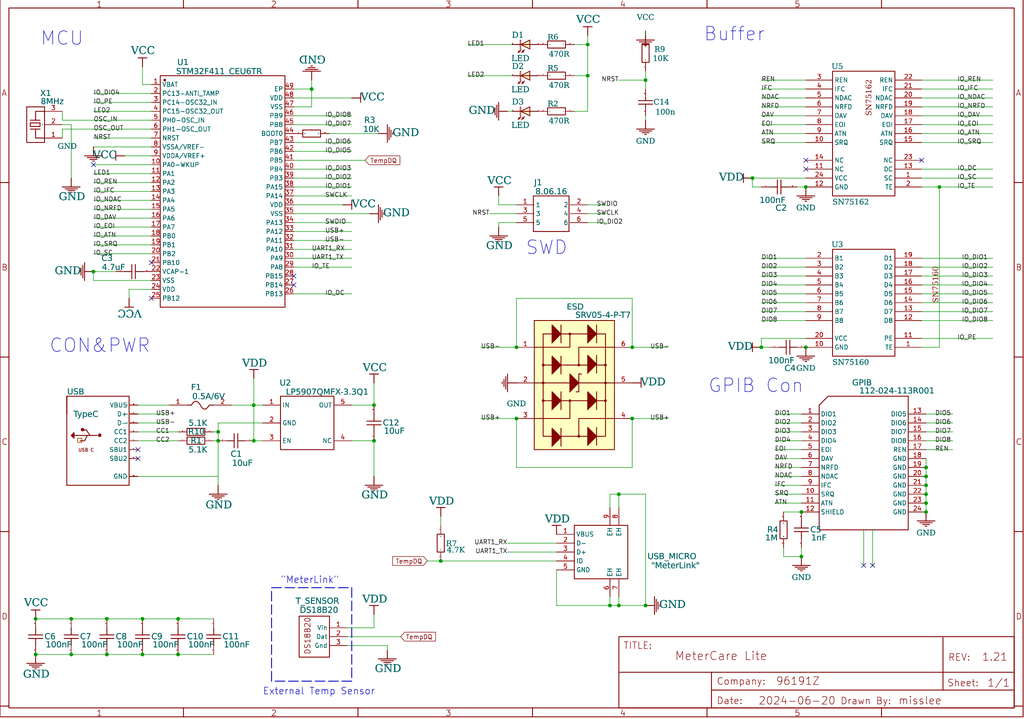
<source format=kicad_sch>
(kicad_sch (version 20231120) (generator "eeschema") (generator_version "8.0")
  (paper "User" 292.1 205.105)
  (lib_symbols
    (symbol "0603X475K160CT"
      (property "Reference" "C3" (at -9.1186 4.6609 0))
      (property "Value" "4.7uF" (at -9.3726 2.1209 0))
      (symbol "0603X475K160CT_0_0"
        (pin unspecified line (at -5.08 0 0) (length 2.54) (name "1") (number "1"))
        (pin unspecified line (at 5.08 0 180) (length 2.54) (name "2") (number "2"))
      )
    )
    (symbol "112-024-113R001"
      (property "Reference" "GPIB" (at -3.2766 25.0317 0))
      (property "Value" "112-024-113R001" (at -3.2766 22.7711 0))
      (symbol "112-024-113R001_0_0"
        (pin bidirectional line (at -17.78 15.24 0) (length 4.9784) (name "DIO1") (number "1"))
        (pin bidirectional line (at -17.78 -7.62 0) (length 4.9784) (name "SRQ") (number "10"))
        (pin bidirectional line (at -17.78 -10.16 0) (length 4.9784) (name "ATN") (number "11"))
        (pin bidirectional line (at -17.78 -12.7 0) (length 4.9784) (name "SHIELD") (number "12"))
        (pin bidirectional line (at 17.78 15.24 180) (length 4.9784) (name "DIO5") (number "13"))
        (pin bidirectional line (at 17.78 12.7 180) (length 4.9784) (name "DIO6") (number "14"))
        (pin bidirectional line (at 17.78 10.16 180) (length 4.9784) (name "DIO7") (number "15"))
        (pin bidirectional line (at 17.78 7.62 180) (length 4.9784) (name "DIO8") (number "16"))
        (pin bidirectional line (at 17.78 5.08 180) (length 4.9784) (name "REN") (number "17"))
        (pin bidirectional line (at 17.78 2.54 180) (length 4.9784) (name "GND") (number "18"))
        (pin bidirectional line (at 17.78 0 180) (length 4.9784) (name "GND") (number "19"))
        (pin bidirectional line (at -17.78 12.7 0) (length 4.9784) (name "DIO2") (number "2"))
        (pin bidirectional line (at 17.78 -2.54 180) (length 4.9784) (name "GND") (number "20"))
        (pin bidirectional line (at 17.78 -5.08 180) (length 4.9784) (name "GND") (number "21"))
        (pin bidirectional line (at 17.78 -7.62 180) (length 4.9784) (name "GND") (number "22"))
        (pin bidirectional line (at 17.78 -10.16 180) (length 4.9784) (name "GND") (number "23"))
        (pin bidirectional line (at 17.78 -12.7 180) (length 4.9784) (name "GND") (number "24"))
        (pin bidirectional line (at -17.78 10.16 0) (length 4.9784) (name "DIO3") (number "3"))
        (pin bidirectional line (at -17.78 7.62 0) (length 4.9784) (name "DIO4") (number "4"))
        (pin bidirectional line (at -17.78 5.08 0) (length 4.9784) (name "EOI") (number "5"))
        (pin bidirectional line (at -17.78 2.54 0) (length 4.9784) (name "DAV") (number "6"))
        (pin bidirectional line (at -17.78 0 0) (length 4.9784) (name "NRFD") (number "7"))
        (pin bidirectional line (at -17.78 -2.54 0) (length 4.9784) (name "NDAC") (number "8"))
        (pin bidirectional line (at -17.78 -5.08 0) (length 4.9784) (name "IFC") (number "9"))
        (pin bidirectional line (at 2.54 -17.78 0) (length 0) (name "P$25") (number "GUIDE@L"))
        (pin bidirectional line (at 0 -17.78 0) (length 0) (name "P$26") (number "GUIDE@R"))
      )
    )
    (symbol "8.06.16"
      (property "Reference" "J1" (at -4.8006 9.4869 0))
      (property "Value" "8.06.16" (at -4.953 6.9469 0))
      (symbol "8.06.16_0_0"
        (pin bidirectional line (at -9.906 2.286 0) (length 4.9784) (name "1") (number "1"))
        (pin bidirectional line (at 10.414 2.286 180) (length 4.9784) (name "2") (number "2"))
        (pin bidirectional line (at -9.906 -0.254 0) (length 4.9784) (name "3") (number "3"))
        (pin bidirectional line (at 10.414 -0.254 180) (length 4.9784) (name "4") (number "4"))
        (pin bidirectional line (at -9.906 -2.794 0) (length 4.9784) (name "5") (number "5"))
        (pin bidirectional line (at 10.414 -2.794 180) (length 4.9784) (name "6") (number "6"))
      )
    )
    (symbol "CC0402KRX7R7BB104"
      (property "Reference" "C6" (at 2.54 0.8763 0))
      (property "Value" "100nF" (at 2.54 -1.3843 0))
      (symbol "CC0402KRX7R7BB104_0_0"
        (pin unspecified line (at 0 -5.08 90) (length 2.54) (name "1") (number "1"))
        (pin unspecified line (at 0 5.08 270) (length 2.54) (name "2") (number "2"))
      )
    )
    (symbol "CC0402KRX7R7BB104_1"
      (property "Reference" "C7" (at 2.54 0.8763 0))
      (property "Value" "100nF" (at 2.54 -1.3843 0))
      (symbol "CC0402KRX7R7BB104_1_0_0"
        (pin unspecified line (at 0 -5.08 90) (length 2.54) (name "1") (number "1"))
        (pin unspecified line (at 0 5.08 270) (length 2.54) (name "2") (number "2"))
      )
    )
    (symbol "CC0402KRX7R7BB104_2"
      (property "Reference" "C8" (at 2.54 0.8763 0))
      (property "Value" "100nF" (at 2.54 -1.3843 0))
      (symbol "CC0402KRX7R7BB104_2_0_0"
        (pin unspecified line (at 0 -5.08 90) (length 2.54) (name "1") (number "1"))
        (pin unspecified line (at 0 5.08 270) (length 2.54) (name "2") (number "2"))
      )
    )
    (symbol "CC0402KRX7R7BB104_3"
      (property "Reference" "C9" (at 2.54 0.8763 0))
      (property "Value" "100nF" (at 2.54 -1.3843 0))
      (symbol "CC0402KRX7R7BB104_3_0_0"
        (pin unspecified line (at 0 -5.08 90) (length 2.54) (name "1") (number "1"))
        (pin unspecified line (at 0 5.08 270) (length 2.54) (name "2") (number "2"))
      )
    )
    (symbol "CC0402KRX7R7BB104_4"
      (property "Reference" "C10" (at 2.54 0.8763 0))
      (property "Value" "100nF" (at 2.54 -1.3843 0))
      (symbol "CC0402KRX7R7BB104_4_0_0"
        (pin unspecified line (at 0 -5.08 90) (length 2.54) (name "1") (number "1"))
        (pin unspecified line (at 0 5.08 270) (length 2.54) (name "2") (number "2"))
      )
    )
    (symbol "CC0402KRX7R7BB104_5"
      (property "Reference" "C11" (at 2.54 0.8763 0))
      (property "Value" "100nF" (at 2.54 -1.3843 0))
      (symbol "CC0402KRX7R7BB104_5_0_0"
        (pin unspecified line (at 0 -5.08 90) (length 2.54) (name "1") (number "1"))
        (pin unspecified line (at 0 5.08 270) (length 2.54) (name "2") (number "2"))
      )
    )
    (symbol "CC0402KRX7R7BB104_6"
      (property "Reference" "C4" (at 2.159 -5.1435 0))
      (property "Value" "100nF" (at 2.159 -2.8829 0))
      (symbol "CC0402KRX7R7BB104_6_0_0"
        (pin unspecified line (at -5.08 0 0) (length 2.54) (name "1") (number "1"))
        (pin unspecified line (at 5.08 0 180) (length 2.54) (name "2") (number "2"))
      )
    )
    (symbol "CC0402KRX7R7BB104_7"
      (property "Reference" "C2" (at 2.159 -5.1435 0))
      (property "Value" "100nF" (at 2.159 -2.8829 0))
      (symbol "CC0402KRX7R7BB104_7_0_0"
        (pin unspecified line (at -5.08 0 0) (length 2.54) (name "1") (number "1"))
        (pin unspecified line (at 5.08 0 180) (length 2.54) (name "2") (number "2"))
      )
    )
    (symbol "CC0603KRX7RABB102"
      (property "Reference" "C5" (at 2.54 0.8763 0))
      (property "Value" "1nF" (at 2.54 -1.3843 0))
      (symbol "CC0603KRX7RABB102_0_0"
        (pin unspecified line (at 0 -5.08 90) (length 2.54) (name "1") (number "1"))
        (pin unspecified line (at 0 5.08 270) (length 2.54) (name "2") (number "2"))
      )
    )
    (symbol "CSTCE8M00G52-R0"
      (property "Reference" "X1" (at -1.2192 9.7917 0))
      (property "Value" "8MHz" (at -1.27 7.5311 0))
      (symbol "CSTCE8M00G52-R0_0_0"
        (pin unspecified line (at 5.08 -3.81 180) (length 5.08) (name "1") (number "1"))
        (pin unspecified line (at 5.08 0 180) (length 5.08) (name "2") (number "2"))
        (pin unspecified line (at 5.08 3.81 180) (length 5.08) (name "3") (number "3"))
      )
    )
    (symbol "DS18B20"
      (property "Reference" "T_SENSOR" (at -7.8486 11.0109 0))
      (property "Value" "DS18B20" (at -7.0866 8.4709 0))
      (symbol "DS18B20_0_0"
        (text "DS18B20" (at -5.3872 -5.1308 900) (effects (font (size 1.5684 1.5684)) (justify left top)))
        (pin unspecified line (at 6.858 2.54 180) (length 5.08) (name "Vin") (number "1"))
        (pin unspecified line (at 6.858 0 180) (length 5.08) (name "Dat") (number "2"))
        (pin unspecified line (at 6.858 -2.54 180) (length 5.08) (name "Gnd") (number "3"))
      )
    )
    (symbol "GND" (power) (pin_numbers hide) (pin_names hide)
      (property "Value" "GND" (at 0 6.35 0))
      (symbol "GND_0_0"
        (pin power_in line (at 0 0 270) (length 0) (name "GND") (number "1"))
      )
    )
    (symbol "LMK107BJ106MALTD"
      (property "Reference" "C1" (at -1.4986 -2.9337 0))
      (property "Value" "10uF" (at -1.4224 -5.4737 0))
      (symbol "LMK107BJ106MALTD_0_0"
        (pin unspecified line (at -5.08 0 0) (length 2.54) (name "1") (number "1"))
        (pin unspecified line (at 5.08 0 180) (length 2.54) (name "2") (number "2"))
      )
    )
    (symbol "LMK107BJ106MALTD_1"
      (property "Reference" "C12" (at 2.54 0.8763 0))
      (property "Value" "10uF" (at 2.54 -1.3843 0))
      (symbol "LMK107BJ106MALTD_1_0_0"
        (pin unspecified line (at 0 -5.08 90) (length 2.54) (name "1") (number "1"))
        (pin unspecified line (at 0 5.08 270) (length 2.54) (name "2") (number "2"))
      )
    )
    (symbol "LP5907QMFX-3.3Q1"
      (property "Reference" "U2" (at -7.8486 12.2809 0))
      (property "Value" "LP5907QMFX-3.3Q1" (at -7.3152 9.7409 0))
      (symbol "LP5907QMFX-3.3Q1_0_0"
        (pin unspecified line (at -12.7 5.08 0) (length 5.08) (name "IN") (number "1"))
        (pin unspecified line (at -12.7 0 0) (length 5.08) (name "GND") (number "2"))
        (pin unspecified line (at -12.7 -5.08 0) (length 5.08) (name "EN") (number "3"))
        (pin unspecified line (at 12.7 -5.08 180) (length 5.08) (name "NC") (number "4"))
        (pin unspecified line (at 12.7 5.08 180) (length 5.08) (name "OUT") (number "5"))
      )
    )
    (symbol "RC0402FR-0710KL"
      (property "Reference" "R3" (at 14.986 4.6609 0))
      (property "Value" "10K" (at 14.3764 2.1209 0))
      (symbol "RC0402FR-0710KL_0_0"
        (pin input line (at -5.08 0 0) (length 2.54) (name "1") (number "1"))
        (pin input line (at 5.08 0 180) (length 2.54) (name "2") (number "2"))
      )
    )
    (symbol "RC0603JR-071ML"
      (property "Reference" "R4" (at -1.524 0.8763 0))
      (property "Value" "1M" (at -1.524 -1.3843 0))
      (symbol "RC0603JR-071ML_0_0"
        (pin input line (at 0 5.08 270) (length 2.54) (name "1") (number "1"))
        (pin input line (at 0 -5.08 90) (length 2.54) (name "2") (number "2"))
      )
    )
    (symbol "RS-03K5101FT"
      (property "Reference" "R1" (at -1.4986 0.8763 0))
      (property "Value" "5.1K" (at -2.4384 -1.6637 0))
      (symbol "RS-03K5101FT_0_0"
        (pin unspecified line (at -5.08 0 0) (length 2.54) (name "1") (number "1"))
        (pin unspecified line (at 5.08 0 180) (length 2.54) (name "2") (number "2"))
      )
    )
    (symbol "RS-03K5101FT_1"
      (property "Reference" "R10" (at -2.159 0.8763 0))
      (property "Value" "5.1K" (at -2.4384 3.3909 0))
      (symbol "RS-03K5101FT_1_0_0"
        (pin unspecified line (at -5.08 0 0) (length 2.54) (name "1") (number "1"))
        (pin unspecified line (at 5.08 0 180) (length 2.54) (name "2") (number "2"))
      )
    )
    (symbol "SRV05-4-P-T7"
      (property "Reference" "ESD" (at -2.159 23.8125 0))
      (property "Value" "SRV05-4-P-T7" (at -2.159 21.5011 0))
      (symbol "SRV05-4-P-T7_0_0"
        (pin input line (at -16.51 11.43 0) (length 5.08) (name "1") (number "1"))
        (pin input line (at -16.51 1.27 0) (length 5.08) (name "2") (number "2"))
        (pin input line (at -16.51 -8.89 0) (length 5.08) (name "3") (number "3"))
        (pin input line (at 16.51 -8.89 180) (length 5.08) (name "4") (number "4"))
        (pin input line (at 16.51 1.27 180) (length 5.08) (name "5") (number "5"))
        (pin input line (at 16.51 11.43 180) (length 5.08) (name "6") (number "6"))
      )
    )
    (symbol "STM32F411CCU6TR"
      (property "Reference" "U1" (at -12.9286 37.6809 0))
      (property "Value" "STM32F411_CEU6TR" (at -13.716 35.1409 0))
      (symbol "STM32F411CCU6TR_0_0"
        (pin unspecified line (at -20.32 30.48 0) (length 2.54) (name "VBAT") (number "1"))
        (pin unspecified line (at -20.32 7.62 0) (length 2.54) (name "PA0-WKUP") (number "10"))
        (pin unspecified line (at -20.32 5.08 0) (length 2.54) (name "PA1") (number "11"))
        (pin unspecified line (at -20.32 2.54 0) (length 2.54) (name "PA2") (number "12"))
        (pin unspecified line (at -20.32 0 0) (length 2.54) (name "PA3") (number "13"))
        (pin unspecified line (at -20.32 -2.54 0) (length 2.54) (name "PA4") (number "14"))
        (pin unspecified line (at -20.32 -5.08 0) (length 2.54) (name "PA5") (number "15"))
        (pin unspecified line (at -20.32 -7.62 0) (length 2.54) (name "PA6") (number "16"))
        (pin unspecified line (at -20.32 -10.16 0) (length 2.54) (name "PA7") (number "17"))
        (pin unspecified line (at -20.32 -12.7 0) (length 2.54) (name "PB0") (number "18"))
        (pin unspecified line (at -20.32 -15.24 0) (length 2.54) (name "PB1") (number "19"))
        (pin unspecified line (at -20.32 27.94 0) (length 2.54) (name "PC13-ANTI_TAMP") (number "2"))
        (pin unspecified line (at -20.32 -17.78 0) (length 2.54) (name "PB2") (number "20"))
        (pin unspecified line (at -20.32 -20.32 0) (length 2.54) (name "PB10") (number "21"))
        (pin unspecified line (at -20.32 -22.86 0) (length 2.54) (name "VCAP-1") (number "22"))
        (pin unspecified line (at -20.32 -25.4 0) (length 2.54) (name "VSS") (number "23"))
        (pin unspecified line (at -20.32 -27.94 0) (length 2.54) (name "VDD") (number "24"))
        (pin unspecified line (at -20.32 -30.48 0) (length 2.54) (name "PB12") (number "25"))
        (pin unspecified line (at 20.32 -29.21 180) (length 2.54) (name "PB13") (number "26"))
        (pin unspecified line (at 20.32 -26.67 180) (length 2.54) (name "PB14") (number "27"))
        (pin unspecified line (at 20.32 -24.13 180) (length 2.54) (name "PB15") (number "28"))
        (pin unspecified line (at 20.32 -21.59 180) (length 2.54) (name "PA8") (number "29"))
        (pin unspecified line (at -20.32 25.4 0) (length 2.54) (name "PC14-OSC32_IN") (number "3"))
        (pin unspecified line (at 20.32 -19.05 180) (length 2.54) (name "PA9") (number "30"))
        (pin unspecified line (at 20.32 -16.51 180) (length 2.54) (name "PA10") (number "31"))
        (pin unspecified line (at 20.32 -13.97 180) (length 2.54) (name "PA11") (number "32"))
        (pin unspecified line (at 20.32 -11.43 180) (length 2.54) (name "PA12") (number "33"))
        (pin unspecified line (at 20.32 -8.89 180) (length 2.54) (name "PA13") (number "34"))
        (pin unspecified line (at 20.32 -6.35 180) (length 2.54) (name "VSS") (number "35"))
        (pin unspecified line (at 20.32 -3.81 180) (length 2.54) (name "VDD") (number "36"))
        (pin unspecified line (at 20.32 -1.27 180) (length 2.54) (name "PA14") (number "37"))
        (pin unspecified line (at 20.32 1.27 180) (length 2.54) (name "PA15") (number "38"))
        (pin unspecified line (at 20.32 3.81 180) (length 2.54) (name "PB3") (number "39"))
        (pin unspecified line (at -20.32 22.86 0) (length 2.54) (name "PC15-OSC32_OUT") (number "4"))
        (pin unspecified line (at 20.32 6.35 180) (length 2.54) (name "PB4") (number "40"))
        (pin unspecified line (at 20.32 8.89 180) (length 2.54) (name "PB5") (number "41"))
        (pin unspecified line (at 20.32 11.43 180) (length 2.54) (name "PB6") (number "42"))
        (pin unspecified line (at 20.32 13.97 180) (length 2.54) (name "PB7") (number "43"))
        (pin unspecified line (at 20.32 16.51 180) (length 2.54) (name "BOOT0") (number "44"))
        (pin unspecified line (at 20.32 19.05 180) (length 2.54) (name "PB8") (number "45"))
        (pin unspecified line (at 20.32 21.59 180) (length 2.54) (name "PB9") (number "46"))
        (pin unspecified line (at 20.32 24.13 180) (length 2.54) (name "VSS") (number "47"))
        (pin unspecified line (at 20.32 26.67 180) (length 2.54) (name "VDD") (number "48"))
        (pin unspecified line (at 20.32 29.21 180) (length 2.54) (name "EP") (number "49"))
        (pin unspecified line (at -20.32 20.32 0) (length 2.54) (name "PH0-OSC_IN") (number "5"))
        (pin unspecified line (at -20.32 17.78 0) (length 2.54) (name "PH1-OSC_OUT") (number "6"))
        (pin unspecified line (at -20.32 15.24 0) (length 2.54) (name "NRST") (number "7"))
        (pin unspecified line (at -20.32 12.7 0) (length 2.54) (name "VSSA/VREF-") (number "8"))
        (pin unspecified line (at -20.32 10.16 0) (length 2.54) (name "VDDA/VREF+") (number "9"))
      )
    )
    (symbol "U-D-M7DS-G-2"
      (property "Reference" "USB_MICRO" (at 10.7188 -0.3937 0))
      (property "Value" "\"MeterLink\"" (at 11.303 -2.9337 0))
      (symbol "U-D-M7DS-G-2_0_0"
        (pin unspecified line (at -15.24 5.08 0) (length 5.08) (name "VBUS") (number "1"))
        (pin unspecified line (at -15.24 2.54 0) (length 5.08) (name "D-") (number "2"))
        (pin unspecified line (at -15.24 0 0) (length 5.08) (name "D+") (number "3"))
        (pin unspecified line (at -15.24 -2.54 0) (length 5.08) (name "ID") (number "4"))
        (pin unspecified line (at -15.24 -5.08 0) (length 5.08) (name "GND") (number "5"))
        (pin unspecified line (at 0 -12.7 90) (length 5.08) (name "EH") (number "6"))
        (pin unspecified line (at 2.54 -12.7 90) (length 5.08) (name "EH") (number "7"))
        (pin unspecified line (at 2.54 12.7 270) (length 5.08) (name "EH") (number "8"))
        (pin unspecified line (at 0 12.7 270) (length 5.08) (name "EH") (number "9"))
      )
    )
    (symbol "USB_C"
      (property "Reference" "USB" (at -10.033 14.8209 0))
      (property "Value" "TypeC" (at -8.4836 8.4709 0))
      (symbol "USB_C_0_0"
        (text "USB C" (at -6.9342 -2.0748 0) (effects (font (size 0.9169 0.9169)) (justify left top)))
        (pin bidirectional line (at 10.16 -10.16 180) (length 2.4892) (name "GND") (number "A1B12"))
        (pin bidirectional line (at 10.16 10.16 180) (length 2.4892) (name "VBUS") (number "A4B9"))
        (pin bidirectional line (at 10.16 2.54 180) (length 2.4892) (name "CC1") (number "A5"))
        (pin bidirectional line (at 10.16 7.62 180) (length 2.4892) (name "D+") (number "A6"))
        (pin bidirectional line (at 10.16 5.08 180) (length 2.4892) (name "D-") (number "A7"))
        (pin bidirectional line (at 10.16 -2.54 180) (length 2.4892) (name "SBU1") (number "A8"))
        (pin bidirectional line (at 10.16 -10.16 180) (length 2.4892) (name "GND") (number "B1A12"))
        (pin bidirectional line (at 10.16 10.16 180) (length 2.4892) (name "VBUS") (number "B4A9"))
        (pin bidirectional line (at 10.16 0 180) (length 2.4892) (name "CC2") (number "B5"))
        (pin bidirectional line (at 10.16 7.62 180) (length 2.4892) (name "D+") (number "B6"))
        (pin bidirectional line (at 10.16 5.08 180) (length 2.4892) (name "D-") (number "B7"))
        (pin bidirectional line (at 10.16 -5.08 180) (length 2.4892) (name "SBU2") (number "B8"))
      )
    )
    (symbol "Unknown_0_-806"
      (symbol "Unknown_0_-806_0_0"
        (text "1" (at 27.432 -202.6539 0) (effects (font (size 1.6891 1.6891)) (justify left top)))
        (text "1" (at 27.432 -0.4699 0) (effects (font (size 1.6891 1.6891)) (justify left top)))
        (text "1.21" (at 280.0604 -186.3471 0) (effects (font (size 2.1717 2.1717)) (justify left top)))
        (text "1/1" (at 281.5844 -193.7639 0) (effects (font (size 2.1717 2.1717)) (justify left top)))
        (text "2" (at 77.216 -202.6539 0) (effects (font (size 1.6891 1.6891)) (justify left top)))
        (text "2" (at 77.216 -0.4699 0) (effects (font (size 1.6891 1.6891)) (justify left top)))
        (text "2024-06-20" (at 216.3064 -198.8439 0) (effects (font (size 2.1717 2.1717)) (justify left top)))
        (text "3" (at 127 -202.6539 0) (effects (font (size 1.6891 1.6891)) (justify left top)))
        (text "3" (at 127 -0.4699 0) (effects (font (size 1.6891 1.6891)) (justify left top)))
        (text "4" (at 176.784 -202.6539 0) (effects (font (size 1.6891 1.6891)) (justify left top)))
        (text "4" (at 176.784 -0.4699 0) (effects (font (size 1.6891 1.6891)) (justify left top)))
        (text "5" (at 226.568 -202.6539 0) (effects (font (size 1.6891 1.6891)) (justify left top)))
        (text "5" (at 226.568 -0.4699 0) (effects (font (size 1.6891 1.6891)) (justify left top)))
        (text "96191Z" (at 221.2848 -193.2305 0) (effects (font (size 2.1717 2.1717)) (justify left top)))
        (text "A" (at 0.381 -25.7429 0) (effects (font (size 1.6891 1.6891)) (justify left top)))
        (text "A" (at 289.687 -25.7429 0) (effects (font (size 1.6891 1.6891)) (justify left top)))
        (text "B" (at 0.381 -75.5269 0) (effects (font (size 1.6891 1.6891)) (justify left top)))
        (text "B" (at 289.687 -75.5269 0) (effects (font (size 1.6891 1.6891)) (justify left top)))
        (text "C" (at 0.381 -125.3109 0) (effects (font (size 1.6891 1.6891)) (justify left top)))
        (text "C" (at 289.687 -125.3109 0) (effects (font (size 1.6891 1.6891)) (justify left top)))
        (text "Company:" (at 204.3684 -193.4464 0) (effects (font (size 1.9304 1.9304)) (justify left top)))
        (text "D" (at 0.381 -175.0949 0) (effects (font (size 1.6891 1.6891)) (justify left top)))
        (text "D" (at 289.687 -175.0949 0) (effects (font (size 1.6891 1.6891)) (justify left top)))
        (text "Date:" (at 204.3684 -198.9836 0) (effects (font (size 1.9304 1.9304)) (justify left top)))
        (text "Drawn By:" (at 239.6744 -199.0344 0) (effects (font (size 1.9304 1.9304)) (justify left top)))
        (text "MeterCare Lite" (at 192.4304 -185.928 0) (effects (font (size 2.413 2.413)) (justify left top)))
        (text "misslee" (at 256.1844 -198.7931 0) (effects (font (size 2.1717 2.1717)) (justify left top)))
        (text "REV:" (at 270.4084 -186.5884 0) (effects (font (size 1.9304 1.9304)) (justify left top)))
        (text "Sheet:" (at 270.1544 -193.9036 0) (effects (font (size 1.9304 1.9304)) (justify left top)))
        (text "TITLE:" (at 177.8 -183.2356 0) (effects (font (size 1.9304 1.9304)) (justify left top)))
      )
    )
    (symbol "Unknown_230_-350"
      (property "Reference" "F1" (at -3.9116 5.9309 0))
      (property "Value" "0.5A/6V" (at -4.2164 3.3909 0))
      (symbol "Unknown_230_-350_0_0"
        (pin unspecified line (at -10.16 0 0) (length 5.08) (name "1") (number "1"))
        (pin unspecified line (at 7.62 0 180) (length 5.08) (name "2") (number "2"))
      )
    )
    (symbol "Unknown_505_-205"
      (property "Reference" "R7" (at -1.016 -1.8772 0))
      (property "Value" "4.7K" (at -1.016 -3.6552 0))
      (symbol "Unknown_505_-205_0_0"
        (pin unspecified line (at -2.54 2.54 270) (length 2.54) (name "1") (number "1"))
        (pin unspecified line (at -2.54 -7.62 90) (length 2.54) (name "2") (number "2"))
      )
    )
    (symbol "Unknown_590_-680"
      (property "Reference" "D3" (at -3.81 3.5218 0))
      (property "Value" "LED" (at -3.81 -3.0822 0))
      (symbol "Unknown_590_-680_0_0"
        (pin unspecified line (at 3.81 0 180) (length 0.254) (name "1") (number "1"))
        (pin unspecified line (at -3.81 0 0) (length 0.254) (name "2") (number "2"))
      )
    )
    (symbol "Unknown_590_-720"
      (property "Reference" "D2" (at -3.81 3.5218 0))
      (property "Value" "LED" (at -3.81 -3.0822 0))
      (symbol "Unknown_590_-720_0_0"
        (pin unspecified line (at 3.81 0 180) (length 0.254) (name "1") (number "1"))
        (pin unspecified line (at -3.81 0 0) (length 0.254) (name "2") (number "2"))
      )
    )
    (symbol "Unknown_590_-755"
      (property "Reference" "D1" (at -3.81 3.5218 0))
      (property "Value" "LED" (at -3.81 -3.0822 0))
      (symbol "Unknown_590_-755_0_0"
        (pin unspecified line (at 3.81 0 180) (length 0.254) (name "1") (number "1"))
        (pin unspecified line (at -3.81 0 0) (length 0.254) (name "2") (number "2"))
      )
    )
    (symbol "Unknown_635_-670"
      (property "Reference" "R2" (at -5.08 5.438 0))
      (property "Value" "470R" (at -4.953 0.6374 0))
      (symbol "Unknown_635_-670_0_0"
        (pin unspecified line (at 2.54 2.54 180) (length 2.54) (name "1") (number "1"))
        (pin unspecified line (at -7.62 2.54 0) (length 2.54) (name "2") (number "2"))
      )
    )
    (symbol "Unknown_635_-710"
      (property "Reference" "R5" (at -5.08 5.438 0))
      (property "Value" "470R" (at -4.953 0.6374 0))
      (symbol "Unknown_635_-710_0_0"
        (pin unspecified line (at 2.54 2.54 180) (length 2.54) (name "1") (number "1"))
        (pin unspecified line (at -7.62 2.54 0) (length 2.54) (name "2") (number "2"))
      )
    )
    (symbol "Unknown_635_-745"
      (property "Reference" "R6" (at -5.08 5.438 0))
      (property "Value" "470R" (at -4.953 0.6374 0))
      (symbol "Unknown_635_-745_0_0"
        (pin unspecified line (at 2.54 2.54 180) (length 2.54) (name "1") (number "1"))
        (pin unspecified line (at -7.62 2.54 0) (length 2.54) (name "2") (number "2"))
      )
    )
    (symbol "Unknown_715_-685"
      (property "Reference" "C14" (at 4.826 2.136 0))
      (property "Value" "100n" (at 5.08 -0.658 0))
      (symbol "Unknown_715_-685_0_0"
        (pin unspecified line (at 2.54 -2.54 90) (length 2.54) (name "1") (number "1"))
        (pin unspecified line (at 2.54 5.08 270) (length 2.54) (name "2") (number "2"))
      )
    )
    (symbol "Unknown_715_-735"
      (property "Reference" "R9" (at 5.0546 4.4728 0))
      (property "Value" "10K" (at 4.4196 1.9328 0))
      (symbol "Unknown_715_-735_0_0"
        (pin unspecified line (at 2.54 -2.54 90) (length 2.54) (name "1") (number "1"))
        (pin unspecified line (at 2.54 7.62 270) (length 2.54) (name "2") (number "2"))
      )
    )
    (symbol "Unknown_975_-475"
      (property "Reference" "U3" (at -10.414 14.836 0))
      (property "Value" "SN75160" (at -10.414 -18.692 0))
      (symbol "Unknown_975_-475_0_0"
        (text "SN75160" (at 18.392 -2.54 2700) (effects (font (size 1.5684 1.5684)) (justify left top)))
        (pin unspecified line (at 15.24 -15.24 180) (length 7.62) (name "TE") (number "1"))
        (pin unspecified line (at -17.78 -15.24 0) (length 7.62) (name "GND") (number "10"))
        (pin unspecified line (at 15.24 -12.7 180) (length 7.62) (name "PE") (number "11"))
        (pin unspecified line (at 15.24 -7.62 180) (length 7.62) (name "D8") (number "12"))
        (pin unspecified line (at 15.24 -5.08 180) (length 7.62) (name "D7") (number "13"))
        (pin unspecified line (at 15.24 -2.54 180) (length 7.62) (name "D6") (number "14"))
        (pin unspecified line (at 15.24 0 180) (length 7.62) (name "D5") (number "15"))
        (pin unspecified line (at 15.24 2.54 180) (length 7.62) (name "D4") (number "16"))
        (pin unspecified line (at 15.24 5.08 180) (length 7.62) (name "D3") (number "17"))
        (pin unspecified line (at 15.24 7.62 180) (length 7.62) (name "D2") (number "18"))
        (pin unspecified line (at 15.24 10.16 180) (length 7.62) (name "D1") (number "19"))
        (pin unspecified line (at -17.78 10.16 0) (length 7.62) (name "B1") (number "2"))
        (pin unspecified line (at -17.78 -12.7 0) (length 7.62) (name "VCC") (number "20"))
        (pin unspecified line (at -17.78 7.62 0) (length 7.62) (name "B2") (number "3"))
        (pin unspecified line (at -17.78 5.08 0) (length 7.62) (name "B3") (number "4"))
        (pin unspecified line (at -17.78 2.54 0) (length 7.62) (name "B4") (number "5"))
        (pin unspecified line (at -17.78 0 0) (length 7.62) (name "B5") (number "6"))
        (pin unspecified line (at -17.78 -2.54 0) (length 7.62) (name "B6") (number "7"))
        (pin unspecified line (at -17.78 -5.08 0) (length 7.62) (name "B7") (number "8"))
        (pin unspecified line (at -17.78 -7.62 0) (length 7.62) (name "B8") (number "9"))
      )
    )
    (symbol "Unknown_975_-655"
      (property "Reference" "U5" (at -10.414 19.916 0))
      (property "Value" "SN75162" (at -10.414 -18.692 0))
      (symbol "Unknown_975_-655_0_0"
        (text "SN75162" (at -0.658 5.08 2700) (effects (font (size 1.5684 1.5684)) (justify left top)))
        (pin unspecified line (at 15.24 -12.7 180) (length 7.62) (name "SC") (number "1"))
        (pin unspecified line (at -17.78 -2.54 0) (length 7.62) (name "SRQ") (number "10"))
        (pin unspecified line (at -17.78 -10.16 0) (length 7.62) (name "NC") (number "11"))
        (pin unspecified line (at -17.78 -15.24 0) (length 7.62) (name "GND") (number "12"))
        (pin unspecified line (at 15.24 -10.16 180) (length 7.62) (name "DC") (number "13"))
        (pin unspecified line (at -17.78 -7.62 0) (length 7.62) (name "NC") (number "14"))
        (pin unspecified line (at 15.24 -2.54 180) (length 7.62) (name "SRQ") (number "15"))
        (pin unspecified line (at 15.24 0 180) (length 7.62) (name "ATN") (number "16"))
        (pin unspecified line (at 15.24 2.54 180) (length 7.62) (name "EOI") (number "17"))
        (pin unspecified line (at 15.24 5.08 180) (length 7.62) (name "DAV") (number "18"))
        (pin unspecified line (at 15.24 7.62 180) (length 7.62) (name "NRFD") (number "19"))
        (pin unspecified line (at 15.24 -15.24 180) (length 7.62) (name "TE") (number "2"))
        (pin unspecified line (at 15.24 10.16 180) (length 7.62) (name "NDAC") (number "20"))
        (pin unspecified line (at 15.24 12.7 180) (length 7.62) (name "IFC") (number "21"))
        (pin unspecified line (at 15.24 15.24 180) (length 7.62) (name "REN") (number "22"))
        (pin unspecified line (at 15.24 -7.62 180) (length 7.62) (name "NC") (number "23"))
        (pin unspecified line (at -17.78 -12.7 0) (length 7.62) (name "VCC") (number "24"))
        (pin unspecified line (at -17.78 15.24 0) (length 7.62) (name "REN") (number "3"))
        (pin unspecified line (at -17.78 12.7 0) (length 7.62) (name "IFC") (number "4"))
        (pin unspecified line (at -17.78 10.16 0) (length 7.62) (name "NDAC") (number "5"))
        (pin unspecified line (at -17.78 7.62 0) (length 7.62) (name "NRFD") (number "6"))
        (pin unspecified line (at -17.78 5.08 0) (length 7.62) (name "DAV") (number "7"))
        (pin unspecified line (at -17.78 2.54 0) (length 7.62) (name "EOI") (number "8"))
        (pin unspecified line (at -17.78 0 0) (length 7.62) (name "ATN") (number "9"))
      )
    )
    (symbol "VCC" (power) (pin_numbers hide) (pin_names hide)
      (property "Value" "VCC" (at 0 3.81 0))
      (symbol "VCC_0_0"
        (pin power_in line (at 0 0 270) (length 0) (name "VCC") (number "1"))
      )
    )
    (symbol "VCC_1" (power) (pin_numbers hide) (pin_names hide)
      (property "Value" "VCC" (at 0 6.35 0))
      (symbol "VCC_1_0_0"
        (pin power_in line (at 0 0 270) (length 0) (name "VCC") (number "1"))
      )
    )
    (symbol "VDD" (power) (pin_numbers hide) (pin_names hide)
      (property "Value" "VDD" (at 0 3.81 0))
      (symbol "VDD_0_0"
        (pin power_in line (at 0 0 270) (length 0) (name "VDD") (number "1"))
      )
    )
  )
  (junction (at 264.16 133.35))
  (junction (at 184.15 22.86))
  (junction (at 20.32 176.53))
  (junction (at 62.23 125.73))
  (junction (at 180.34 99.06))
  (junction (at 176.53 172.72))
  (junction (at 106.68 115.57))
  (junction (at 228.6 158.75))
  (junction (at 72.39 115.57))
  (junction (at 72.39 125.73))
  (junction (at 20.32 186.69))
  (junction (at 26.67 77.47))
  (junction (at 167.64 21.59))
  (junction (at 125.73 160.02))
  (junction (at 184.15 172.72))
  (junction (at 88.9 25.4))
  (junction (at 50.8 176.53))
  (junction (at 147.32 119.38))
  (junction (at 229.87 99.06))
  (junction (at 40.64 186.69))
  (junction (at 267.97 53.34))
  (junction (at 40.64 176.53))
  (junction (at 176.53 140.97))
  (junction (at 10.16 176.53))
  (junction (at 180.34 119.38))
  (junction (at 214.63 50.8))
  (junction (at 217.17 99.06))
  (junction (at 264.16 138.43))
  (junction (at 173.99 172.72))
  (junction (at 10.16 186.69))
  (junction (at 30.48 186.69))
  (junction (at 50.8 186.69))
  (junction (at 106.68 125.73))
  (junction (at 264.16 140.97))
  (junction (at 62.23 123.19))
  (junction (at 229.87 53.34))
  (junction (at 147.32 99.06))
  (junction (at 30.48 176.53))
  (junction (at 264.16 143.51))
  (junction (at 264.16 135.89))
  (junction (at 167.64 12.7))
  (junction (at 228.6 146.05))
  (junction (at 264.16 146.05))
  (no_connect (at 83.82 81.28))
  (no_connect (at 39.37 128.27))
  (no_connect (at 229.87 45.72))
  (no_connect (at 43.18 85.09))
  (no_connect (at 83.82 78.74))
  (no_connect (at 262.89 45.72))
  (no_connect (at 26.67 46.99))
  (no_connect (at 246.38 161.29))
  (no_connect (at 43.18 74.93))
  (no_connect (at 39.37 130.81))
  (no_connect (at 229.87 48.26))
  (no_connect (at 248.92 161.29))
  (wire (pts (xy 110.49 185.42) (xy 110.49 184.15)))
  (wire (pts (xy 246.38 151.13) (xy 246.38 161.29)))
  (wire (pts (xy 83.82 33.02) (xy 100.33 33.02)))
  (wire (pts (xy 83.82 73.66) (xy 100.33 73.66)))
  (wire (pts (xy 50.8 186.69) (xy 40.64 186.69)))
  (wire (pts (xy 39.37 123.19) (xy 50.8 123.19)))
  (wire (pts (xy 262.89 96.52) (xy 283.21 96.52)))
  (wire (pts (xy 20.32 176.53) (xy 10.16 176.53)))
  (wire (pts (xy 228.6 128.27) (xy 220.98 128.27)))
  (wire (pts (xy 50.8 176.53) (xy 40.64 176.53)))
  (wire (pts (xy 106.68 109.22) (xy 106.68 115.57)))
  (wire (pts (xy 88.9 25.4) (xy 83.82 25.4)))
  (wire (pts (xy 219.71 99.06) (xy 217.17 99.06)))
  (wire (pts (xy 264.16 130.81) (xy 264.16 133.35)))
  (wire (pts (xy 158.75 162.56) (xy 158.75 172.72)))
  (wire (pts (xy 264.16 118.11) (xy 271.78 118.11)))
  (wire (pts (xy 88.9 30.48) (xy 88.9 25.4)))
  (wire (pts (xy 99.06 179.07) (xy 106.68 179.07)))
  (wire (pts (xy 20.32 186.69) (xy 10.16 186.69)))
  (wire (pts (xy 229.87 76.2) (xy 217.17 76.2)))
  (wire (pts (xy 262.89 25.4) (xy 283.21 25.4)))
  (wire (pts (xy 30.48 176.53) (xy 20.32 176.53)))
  (wire (pts (xy 180.34 85.09) (xy 147.32 85.09)))
  (wire (pts (xy 217.17 30.48) (xy 229.87 30.48)))
  (wire (pts (xy 264.16 133.35) (xy 264.16 135.89)))
  (wire (pts (xy 262.89 30.48) (xy 283.21 30.48)))
  (wire (pts (xy 248.92 151.13) (xy 248.92 161.29)))
  (wire (pts (xy 147.32 85.09) (xy 147.32 99.06)))
  (wire (pts (xy 17.78 34.29) (xy 43.18 34.29)))
  (wire (pts (xy 228.6 143.51) (xy 220.98 143.51)))
  (wire (pts (xy 110.49 184.15) (xy 99.06 184.15)))
  (wire (pts (xy 173.99 140.97) (xy 176.53 140.97)))
  (wire (pts (xy 36.83 82.55) (xy 43.18 82.55)))
  (wire (pts (xy 26.67 64.77) (xy 43.18 64.77)))
  (wire (pts (xy 26.67 39.37) (xy 43.18 39.37)))
  (wire (pts (xy 229.87 40.64) (xy 217.17 40.64)))
  (wire (pts (xy 97.79 58.42) (xy 83.82 58.42)))
  (wire (pts (xy 262.89 40.64) (xy 283.21 40.64)))
  (wire (pts (xy 144.78 31.75) (xy 146.05 31.75)))
  (wire (pts (xy 262.89 35.56) (xy 283.21 35.56)))
  (wire (pts (xy 180.34 119.38) (xy 180.34 133.35)))
  (wire (pts (xy 262.89 86.36) (xy 283.21 86.36)))
  (wire (pts (xy 228.6 138.43) (xy 220.98 138.43)))
  (wire (pts (xy 176.53 144.78) (xy 176.53 140.97)))
  (wire (pts (xy 72.39 115.57) (xy 74.93 115.57)))
  (wire (pts (xy 262.89 22.86) (xy 283.21 22.86)))
  (wire (pts (xy 229.87 91.44) (xy 217.17 91.44)))
  (wire (pts (xy 83.82 48.26) (xy 100.33 48.26)))
  (wire (pts (xy 106.68 179.07) (xy 106.68 175.26)))
  (wire (pts (xy 83.82 45.72) (xy 104.14 45.72)))
  (wire (pts (xy 229.87 38.1) (xy 217.17 38.1)))
  (wire (pts (xy 114.3 181.61) (xy 99.06 181.61)))
  (wire (pts (xy 223.52 156.21) (xy 223.52 158.75)))
  (wire (pts (xy 227.33 53.34) (xy 229.87 53.34)))
  (wire (pts (xy 83.82 71.12) (xy 100.33 71.12)))
  (wire (pts (xy 142.24 63.5) (xy 147.32 63.5)))
  (wire (pts (xy 262.89 99.06) (xy 267.97 99.06)))
  (wire (pts (xy 146.05 12.7) (xy 133.35 12.7)))
  (wire (pts (xy 228.6 133.35) (xy 220.98 133.35)))
  (wire (pts (xy 228.6 135.89) (xy 220.98 135.89)))
  (wire (pts (xy 262.89 27.94) (xy 283.21 27.94)))
  (wire (pts (xy 26.67 52.07) (xy 43.18 52.07)))
  (wire (pts (xy 283.21 53.34) (xy 267.97 53.34)))
  (wire (pts (xy 267.97 53.34) (xy 262.89 53.34)))
  (wire (pts (xy 180.34 133.35) (xy 147.32 133.35)))
  (wire (pts (xy 83.82 53.34) (xy 100.33 53.34)))
  (wire (pts (xy 144.78 154.94) (xy 158.75 154.94)))
  (wire (pts (xy 107.95 38.1) (xy 93.98 38.1)))
  (wire (pts (xy 163.83 21.59) (xy 167.64 21.59)))
  (wire (pts (xy 83.82 40.64) (xy 100.33 40.64)))
  (wire (pts (xy 184.15 22.86) (xy 184.15 20.32)))
  (wire (pts (xy 17.78 36.83) (xy 43.18 36.83)))
  (wire (pts (xy 83.82 63.5) (xy 100.33 63.5)))
  (wire (pts (xy 229.87 33.02) (xy 217.17 33.02)))
  (wire (pts (xy 229.87 78.74) (xy 217.17 78.74)))
  (wire (pts (xy 26.67 57.15) (xy 43.18 57.15)))
  (wire (pts (xy 167.64 21.59) (xy 167.64 12.7)))
  (wire (pts (xy 229.87 83.82) (xy 217.17 83.82)))
  (wire (pts (xy 26.67 26.67) (xy 43.18 26.67)))
  (wire (pts (xy 229.87 81.28) (xy 217.17 81.28)))
  (wire (pts (xy 83.82 50.8) (xy 100.33 50.8)))
  (wire (pts (xy 106.68 125.73) (xy 106.68 135.89)))
  (wire (pts (xy 43.18 80.01) (xy 26.67 80.01)))
  (wire (pts (xy 39.37 115.57) (xy 48.26 115.57)))
  (wire (pts (xy 88.9 22.86) (xy 88.9 25.4)))
  (wire (pts (xy 217.17 99.06) (xy 217.17 96.52)))
  (wire (pts (xy 40.64 176.53) (xy 30.48 176.53)))
  (wire (pts (xy 17.78 39.37) (xy 17.78 36.83)))
  (wire (pts (xy 26.67 80.01) (xy 26.67 77.47)))
  (wire (pts (xy 66.04 115.57) (xy 72.39 115.57)))
  (wire (pts (xy 229.87 35.56) (xy 217.17 35.56)))
  (wire (pts (xy 262.89 91.44) (xy 283.21 91.44)))
  (wire (pts (xy 264.16 143.51) (xy 264.16 146.05)))
  (wire (pts (xy 144.78 157.48) (xy 158.75 157.48)))
  (wire (pts (xy 184.15 10.16) (xy 184.15 8.89)))
  (wire (pts (xy 83.82 76.2) (xy 100.33 76.2)))
  (wire (pts (xy 167.64 31.75) (xy 167.64 21.59)))
  (wire (pts (xy 262.89 48.26) (xy 283.21 48.26)))
  (wire (pts (xy 176.53 22.86) (xy 184.15 22.86)))
  (wire (pts (xy 264.16 140.97) (xy 264.16 143.51)))
  (wire (pts (xy 262.89 33.02) (xy 283.21 33.02)))
  (wire (pts (xy 100.33 27.94) (xy 83.82 27.94)))
  (wire (pts (xy 229.87 88.9) (xy 217.17 88.9)))
  (wire (pts (xy 43.18 41.91) (xy 26.67 41.91)))
  (wire (pts (xy 83.82 35.56) (xy 100.33 35.56)))
  (wire (pts (xy 30.48 186.69) (xy 20.32 186.69)))
  (wire (pts (xy 20.32 35.56) (xy 20.32 50.8)))
  (wire (pts (xy 228.6 146.05) (xy 223.52 146.05)))
  (wire (pts (xy 125.73 147.32) (xy 125.73 149.86)))
  (wire (pts (xy 26.67 72.39) (xy 43.18 72.39)))
  (wire (pts (xy 26.67 62.23) (xy 43.18 62.23)))
  (wire (pts (xy 83.82 43.18) (xy 100.33 43.18)))
  (wire (pts (xy 173.99 170.18) (xy 173.99 172.72)))
  (wire (pts (xy 60.96 186.69) (xy 50.8 186.69)))
  (wire (pts (xy 262.89 78.74) (xy 283.21 78.74)))
  (wire (pts (xy 158.75 160.02) (xy 125.73 160.02)))
  (wire (pts (xy 176.53 172.72) (xy 176.53 170.18)))
  (wire (pts (xy 264.16 135.89) (xy 264.16 138.43)))
  (wire (pts (xy 60.96 123.19) (xy 62.23 123.19)))
  (wire (pts (xy 184.15 34.29) (xy 184.15 33.02)))
  (wire (pts (xy 228.6 130.81) (xy 220.98 130.81)))
  (wire (pts (xy 167.64 58.42) (xy 172.72 58.42)))
  (wire (pts (xy 262.89 83.82) (xy 283.21 83.82)))
  (wire (pts (xy 229.87 27.94) (xy 217.17 27.94)))
  (wire (pts (xy 217.17 25.4) (xy 229.87 25.4)))
  (wire (pts (xy 139.7 60.96) (xy 147.32 60.96)))
  (wire (pts (xy 229.87 73.66) (xy 217.17 73.66)))
  (wire (pts (xy 190.5 99.06) (xy 180.34 99.06)))
  (wire (pts (xy 167.64 10.16) (xy 167.64 12.7)))
  (wire (pts (xy 60.96 125.73) (xy 62.23 125.73)))
  (wire (pts (xy 262.89 50.8) (xy 283.21 50.8)))
  (wire (pts (xy 142.24 55.88) (xy 142.24 58.42)))
  (wire (pts (xy 262.89 81.28) (xy 283.21 81.28)))
  (wire (pts (xy 184.15 25.4) (xy 184.15 22.86)))
  (wire (pts (xy 40.64 186.69) (xy 30.48 186.69)))
  (wire (pts (xy 26.67 29.21) (xy 43.18 29.21)))
  (wire (pts (xy 62.23 120.65) (xy 62.23 123.19)))
  (wire (pts (xy 167.64 60.96) (xy 172.72 60.96)))
  (wire (pts (xy 39.37 135.89) (xy 62.23 135.89)))
  (wire (pts (xy 83.82 68.58) (xy 100.33 68.58)))
  (wire (pts (xy 163.83 31.75) (xy 167.64 31.75)))
  (wire (pts (xy 223.52 158.75) (xy 228.6 158.75)))
  (wire (pts (xy 214.63 50.8) (xy 229.87 50.8)))
  (wire (pts (xy 35.56 44.45) (xy 43.18 44.45)))
  (wire (pts (xy 39.37 118.11) (xy 46.99 118.11)))
  (wire (pts (xy 180.34 99.06) (xy 180.34 85.09)))
  (wire (pts (xy 142.24 58.42) (xy 147.32 58.42)))
  (wire (pts (xy 60.96 176.53) (xy 50.8 176.53)))
  (wire (pts (xy 26.67 59.69) (xy 43.18 59.69)))
  (wire (pts (xy 264.16 128.27) (xy 271.78 128.27)))
  (wire (pts (xy 190.5 119.38) (xy 180.34 119.38)))
  (wire (pts (xy 167.64 63.5) (xy 172.72 63.5)))
  (wire (pts (xy 26.67 77.47) (xy 33.02 77.47)))
  (wire (pts (xy 74.93 120.65) (xy 62.23 120.65)))
  (wire (pts (xy 26.67 67.31) (xy 43.18 67.31)))
  (wire (pts (xy 147.32 99.06) (xy 137.16 99.06)))
  (wire (pts (xy 39.37 120.65) (xy 46.99 120.65)))
  (wire (pts (xy 264.16 123.19) (xy 271.78 123.19)))
  (wire (pts (xy 267.97 99.06) (xy 267.97 53.34)))
  (wire (pts (xy 83.82 83.82) (xy 100.33 83.82)))
  (wire (pts (xy 217.17 53.34) (xy 214.63 53.34)))
  (wire (pts (xy 228.6 118.11) (xy 220.98 118.11)))
  (wire (pts (xy 83.82 30.48) (xy 88.9 30.48)))
  (wire (pts (xy 142.24 64.77) (xy 142.24 63.5)))
  (wire (pts (xy 228.6 158.75) (xy 228.6 156.21)))
  (wire (pts (xy 100.33 66.04) (xy 83.82 66.04)))
  (wire (pts (xy 36.83 85.09) (xy 36.83 82.55)))
  (wire (pts (xy 176.53 140.97) (xy 184.15 140.97)))
  (wire (pts (xy 158.75 172.72) (xy 173.99 172.72)))
  (wire (pts (xy 147.32 119.38) (xy 137.16 119.38)))
  (wire (pts (xy 40.64 19.05) (xy 40.64 24.13)))
  (wire (pts (xy 40.64 24.13) (xy 43.18 24.13)))
  (wire (pts (xy 125.73 160.02) (xy 121.92 160.02)))
  (wire (pts (xy 173.99 144.78) (xy 173.99 140.97)))
  (wire (pts (xy 264.16 120.65) (xy 271.78 120.65)))
  (wire (pts (xy 173.99 172.72) (xy 176.53 172.72)))
  (wire (pts (xy 72.39 125.73) (xy 72.39 115.57)))
  (wire (pts (xy 26.67 49.53) (xy 43.18 49.53)))
  (wire (pts (xy 26.67 69.85) (xy 43.18 69.85)))
  (wire (pts (xy 228.6 140.97) (xy 220.98 140.97)))
  (wire (pts (xy 262.89 73.66) (xy 283.21 73.66)))
  (wire (pts (xy 105.41 60.96) (xy 83.82 60.96)))
  (wire (pts (xy 39.37 125.73) (xy 50.8 125.73)))
  (wire (pts (xy 228.6 125.73) (xy 220.98 125.73)))
  (wire (pts (xy 184.15 140.97) (xy 184.15 172.72)))
  (wire (pts (xy 146.05 21.59) (xy 133.35 21.59)))
  (wire (pts (xy 264.16 125.73) (xy 271.78 125.73)))
  (wire (pts (xy 17.78 31.75) (xy 17.78 34.29)))
  (wire (pts (xy 26.67 54.61) (xy 43.18 54.61)))
  (wire (pts (xy 26.67 46.99) (xy 43.18 46.99)))
  (wire (pts (xy 262.89 38.1) (xy 283.21 38.1)))
  (wire (pts (xy 62.23 125.73) (xy 62.23 138.43)))
  (wire (pts (xy 72.39 107.95) (xy 72.39 115.57)))
  (wire (pts (xy 106.68 115.57) (xy 100.33 115.57)))
  (wire (pts (xy 62.23 123.19) (xy 62.23 125.73)))
  (wire (pts (xy 228.6 120.65) (xy 220.98 120.65)))
  (wire (pts (xy 264.16 138.43) (xy 264.16 140.97)))
  (wire (pts (xy 229.87 86.36) (xy 217.17 86.36)))
  (wire (pts (xy 147.32 133.35) (xy 147.32 119.38)))
  (wire (pts (xy 17.78 35.56) (xy 20.32 35.56)))
  (wire (pts (xy 74.93 125.73) (xy 72.39 125.73)))
  (wire (pts (xy 167.64 12.7) (xy 163.83 12.7)))
  (wire (pts (xy 217.17 96.52) (xy 229.87 96.52)))
  (wire (pts (xy 83.82 55.88) (xy 100.33 55.88)))
  (wire (pts (xy 214.63 53.34) (xy 214.63 50.8)))
  (wire (pts (xy 184.15 172.72) (xy 176.53 172.72)))
  (wire (pts (xy 217.17 22.86) (xy 229.87 22.86)))
  (wire (pts (xy 100.33 125.73) (xy 106.68 125.73)))
  (wire (pts (xy 262.89 76.2) (xy 283.21 76.2)))
  (wire (pts (xy 228.6 123.19) (xy 220.98 123.19)))
  (wire (pts (xy 262.89 88.9) (xy 283.21 88.9)))
  (wire (pts (xy 26.67 31.75) (xy 43.18 31.75)))
  (rectangle (start 77.47 167.64) (end 100.33 194.31) (stroke (width 0.254) (type dash)))
  (text "External Temp Sensor" (at 74.93 196.1896 0) (effects (font (size 1.9304 1.9304)) (justify left top)))
  (text "Buffer" (at 200.66 7.5692 0) (effects (font (size 3.8608 3.8608)) (justify left top)))
  (text "GPIB Con" (at 201.93 107.8992 0) (effects (font (size 3.8608 3.8608)) (justify left top)))
  (text "\"MeterLink\"" (at 80.01 164.4396 0) (effects (font (size 1.9304 1.9304)) (justify left top)))
  (text "MCU" (at 11.43 8.8392 0) (effects (font (size 3.8608 3.8608)) (justify left top)))
  (text "CON&PWR" (at 13.97 96.4692 0) (effects (font (size 3.8608 3.8608)) (justify left top)))
  (text "SWD" (at 149.86 68.5292 0) (effects (font (size 3.8608 3.8608)) (justify left top)))
  (label "UART1_TX" (at 144.78 157.48 180))
  (label "USB+" (at 185.42 119.38 0))
  (label "IO_DIO1" (at 274.32 73.66 0))
  (label "IO_IFC" (at 273.05 25.4 0))
  (label "CC2" (at 44.45 125.73 0))
  (label "REN" (at 217.17 22.86 0))
  (label "DAV" (at 217.17 33.02 0))
  (label "NRST" (at 176.53 22.86 180))
  (label "UART1_RX" (at 144.78 154.94 180))
  (label "DIO4" (at 220.98 125.73 0))
  (label "LED1" (at 26.67 49.53 0))
  (label "NRFD" (at 220.98 133.35 0))
  (label "USB-" (at 185.42 99.06 0))
  (label "NRFD" (at 217.17 30.48 0))
  (label "ATN" (at 217.17 38.1 0))
  (label "IO_PE" (at 26.67 29.21 0))
  (label "DIO7" (at 266.7 123.19 0))
  (label "IFC" (at 220.98 138.43 0))
  (label "DIO1" (at 217.17 73.66 0))
  (label "DIO2" (at 220.98 120.65 0))
  (label "DIO6" (at 266.7 120.65 0))
  (label "IO_DAV" (at 26.67 62.23 0))
  (label "IO_REN" (at 273.05 22.86 0))
  (label "IO_DIO4" (at 26.67 26.67 0))
  (label "IO_ATN" (at 273.05 38.1 0))
  (label "OSC_IN" (at 26.67 34.29 0))
  (label "IO_NDAC" (at 26.67 57.15 0))
  (label "USB+" (at 92.71 66.04 0))
  (label "CC1" (at 44.45 123.19 0))
  (label "IO_DAV" (at 273.05 33.02 0))
  (label "IO_SRQ" (at 273.05 40.64 0))
  (label "IO_DIO3" (at 274.32 78.74 0))
  (label "DIO5" (at 217.17 83.82 0))
  (label "IO_DIO4" (at 274.32 81.28 0))
  (label "DIO6" (at 217.17 86.36 0))
  (label "IO_DIO6" (at 274.32 86.36 0))
  (label "IO_DC" (at 92.71 83.82 0))
  (label "UART1_TX" (at 88.9 73.66 0))
  (label "IO_DIO7" (at 274.32 88.9 0))
  (label "NDAC" (at 220.98 135.89 0))
  (label "NRST" (at 139.7 60.96 180))
  (label "USB+" (at 137.16 119.38 0))
  (label "IO_EOI" (at 26.67 64.77 0))
  (label "IO_DIO5" (at 274.32 83.82 0))
  (label "IO_NRFD" (at 26.67 59.69 0))
  (label "DIO3" (at 220.98 123.19 0))
  (label "IO_PE" (at 273.05 96.52 0))
  (label "DIO2" (at 217.17 76.2 0))
  (label "IO_SC" (at 26.67 72.39 0))
  (label "USB-" (at 92.71 68.58 0))
  (label "SRQ" (at 220.98 140.97 0))
  (label "IO_DIO2" (at 92.71 50.8 0))
  (label "DAV" (at 220.98 130.81 0))
  (label "IO_DIO1" (at 92.71 53.34 0))
  (label "IO_DIO8" (at 92.71 33.02 0))
  (label "LED1" (at 133.35 12.7 0))
  (label "IO_TE" (at 88.9 76.2 0))
  (label "IO_ATN" (at 26.67 67.31 0))
  (label "SRQ" (at 217.17 40.64 0))
  (label "IO_SC" (at 273.05 50.8 0))
  (label "DIO5" (at 266.7 118.11 0))
  (label "IO_DIO5" (at 92.71 43.18 0))
  (label "IO_IFC" (at 26.67 54.61 0))
  (label "USB-" (at 44.45 120.65 0))
  (label "DIO7" (at 217.17 88.9 0))
  (label "LED2" (at 26.67 31.75 0))
  (label "IO_NDAC" (at 273.05 27.94 0))
  (label "IO_REN" (at 26.67 52.07 0))
  (label "NRST" (at 26.67 39.37 0))
  (label "DIO1" (at 220.98 118.11 0))
  (label "IO_DIO7" (at 92.71 35.56 0))
  (label "SWCLK" (at 170.18 60.96 0))
  (label "IFC" (at 217.17 25.4 0))
  (label "IO_DIO8" (at 274.32 91.44 0))
  (label "IO_DC" (at 273.05 48.26 0))
  (label "IO_TE" (at 273.05 53.34 0))
  (label "EOI" (at 217.17 35.56 0))
  (label "IO_DIO6" (at 92.71 40.64 0))
  (label "EOI" (at 220.98 128.27 0))
  (label "ATN" (at 220.98 143.51 0))
  (label "IO_NRFD" (at 273.05 30.48 0))
  (label "USB+" (at 44.45 118.11 0))
  (label "DIO8" (at 266.7 125.73 0))
  (label "SWDIO" (at 170.18 58.42 0))
  (label "IO_DIO2" (at 274.32 76.2 0))
  (label "NDAC" (at 217.17 27.94 0))
  (label "IO_DIO2" (at 170.18 63.5 0))
  (label "SWCLK" (at 92.71 55.88 0))
  (label "USB-" (at 137.16 99.06 0))
  (label "OSC_OUT" (at 26.67 36.83 0))
  (label "DIO3" (at 217.17 78.74 0))
  (label "REN" (at 266.7 128.27 0))
  (label "IO_EOI" (at 273.05 35.56 0))
  (label "DIO8" (at 217.17 91.44 0))
  (label "DIO4" (at 217.17 81.28 0))
  (label "LED2" (at 133.35 21.59 0))
  (label "UART1_RX" (at 88.9 71.12 0))
  (label "IO_SRQ" (at 26.67 69.85 0))
  (label "IO_DIO3" (at 92.71 48.26 0))
  (label "SWDIO" (at 92.71 63.5 0))
  (global_label "TempDQ" (shape input) (at 114.3 181.61 0) (property "Intersheetrefs" "${INTERSHEET_REFS}" (effects (hide yes))))
  (global_label "TempDQ" (shape input) (at 121.92 160.02 180) (property "Intersheetrefs" "${INTERSHEET_REFS}" (effects (hide yes))))
  (global_label "TempDQ" (shape input) (at 104.14 45.72 0) (property "Intersheetrefs" "${INTERSHEET_REFS}" (effects (hide yes))))
  (symbol (lib_id "GND") (at 62.23 138.43 0) (unit 0)
    (property "Reference" "#PWR?" (effects (hide yes)))
    (property "Value" "GND" (at 58.928 145.3388 0) (effects (font (size 2.1717 2.1717)) (justify left bottom)))
    (property "Description" "電源符號創建名為 'GND' 的全局標籤" (effects (hide yes)))
  )
  (symbol (lib_id "GND") (at 26.67 41.91 0) (unit 0)
    (property "Reference" "#PWR?" (effects (hide yes)))
    (property "Value" "GND" (at 21.717 42.672 0) (effects (font (size 1.5684 1.5684)) (justify right bottom)))
    (property "Description" "電源符號創建名為 'GND' 的全局標籤" (effects (hide yes)))
  )
  (symbol (lib_id "RC0603JR-071ML") (at 223.52 151.13 0) (unit 0)
    (property "Reference" "R4" (at 221.996 150.2537 0) (effects (font (size 1.6891 1.6891)) (justify right top)))
    (property "Value" "1M" (at 221.996 152.5143 0) (effects (font (size 1.6891 1.6891)) (justify right top)))
  )
  (symbol (lib_id "Unknown_635_-745") (at 161.29 15.24 0) (unit 0)
    (property "Reference" "R6" (at 156.21 9.802 0) (effects (font (size 1.5684 1.5684)) (justify left top)))
    (property "Value" "470R" (at 156.337 14.6026 0) (effects (font (size 1.5684 1.5684)) (justify left top)))
  )
  (symbol (lib_id "VCC") (at 167.64 10.16 0) (mirror x) (unit 0)
    (property "Reference" "#PWR?" (effects (hide yes)))
    (property "Value" "VCC" (at 164.4904 6.8326 0) (effects (font (size 2.1717 2.1717)) (justify left top)))
    (property "Description" "電源符號創建名為 'VCC' 的全局標籤" (effects (hide yes)))
  )
  (symbol (lib_name "VCC_1") (lib_id "VCC") (at 184.15 8.89 0) (unit 0)
    (property "Reference" "#PWR?" (effects (hide yes)))
    (property "Value" "VCC" (at 184.15 5.8928 0) (effects (font (size 1.5684 1.5684)) (justify bottom)))
    (property "Description" "電源符號創建名為 'VCC' 的全局標籤" (effects (hide yes)))
  )
  (symbol (lib_id "CC0402KRX7R7BB104_1") (at 20.32 181.61 0) (unit 0)
    (property "Reference" "C7" (at 22.86 180.7337 0) (effects (font (size 1.6891 1.6891)) (justify left top)))
    (property "Value" "100nF" (at 22.86 182.9943 0) (effects (font (size 1.6891 1.6891)) (justify left top)))
  )
  (symbol (lib_id "VDD") (at 106.68 175.26 0) (mirror x) (unit 0)
    (property "Reference" "#PWR?" (effects (hide yes)))
    (property "Value" "VDD" (at 103.632 172.212 0) (effects (font (size 2.1717 2.1717)) (justify left top)))
    (property "Description" "電源符號創建名為 'VDD' 的全局標籤" (effects (hide yes)))
  )
  (symbol (lib_id "GND") (at 106.68 135.89 0) (unit 0)
    (property "Reference" "#PWR?" (effects (hide yes)))
    (property "Value" "GND" (at 103.378 142.494 0) (effects (font (size 2.1717 2.1717)) (justify left bottom)))
    (property "Description" "電源符號創建名為 'GND' 的全局標籤" (effects (hide yes)))
  )
  (symbol (lib_id "GND") (at 105.41 60.96 90) (unit 0)
    (property "Reference" "#PWR?" (effects (hide yes)))
    (property "Value" "GND" (at 109.601 62.0014 -90) (effects (font (size 2.1717 2.1717)) (justify left bottom)))
    (property "Description" "電源符號創建名為 'GND' 的全局標籤" (effects (hide yes)))
  )
  (symbol (lib_id "GND") (at 184.15 172.72 90) (unit 0)
    (property "Reference" "#PWR?" (effects (hide yes)))
    (property "Value" "GND" (at 188.341 173.736 -90) (effects (font (size 2.1717 2.1717)) (justify left bottom)))
    (property "Description" "電源符號創建名為 'GND' 的全局標籤" (effects (hide yes)))
  )
  (symbol (lib_id "VCC") (at 10.16 176.53 0) (mirror x) (unit 0)
    (property "Reference" "#PWR?" (effects (hide yes)))
    (property "Value" "VCC" (at 7.0104 173.228 0) (effects (font (size 2.1717 2.1717)) (justify left top)))
    (property "Description" "電源符號創建名為 'VCC' 的全局標籤" (effects (hide yes)))
  )
  (symbol (lib_id "GND") (at 110.49 185.42 0) (unit 0)
    (property "Reference" "#PWR?" (effects (hide yes)))
    (property "Value" "GND" (at 107.188 192.024 0) (effects (font (size 2.1717 2.1717)) (justify left bottom)))
    (property "Description" "電源符號創建名為 'GND' 的全局標籤" (effects (hide yes)))
  )
  (symbol (lib_id "Unknown_505_-205") (at 128.27 152.4 0) (unit 0)
    (property "Reference" "R7" (at 127.254 154.2772 0) (effects (font (size 1.5684 1.5684)) (justify left top)))
    (property "Value" "4.7K" (at 127.254 156.0552 0) (effects (font (size 1.5684 1.5684)) (justify left top)))
  )
  (symbol (lib_id "RC0402FR-0710KL") (at 88.9 38.1 0) (unit 0)
    (property "Reference" "R3" (at 103.886 33.4391 0) (effects (font (size 1.6891 1.6891)) (justify left top)))
    (property "Value" "10K" (at 103.2764 35.9791 0) (effects (font (size 1.6891 1.6891)) (justify left top)))
  )
  (symbol (lib_id "112-024-113R001") (at 246.38 133.35 0) (unit 0)
    (property "Reference" "GPIB" (at 243.1034 108.3183 0) (effects (font (size 1.6891 1.6891)) (justify left top)))
    (property "Value" "112-024-113R001" (at 243.1034 110.5789 0) (effects (font (size 1.6891 1.6891)) (justify left top)))
  )
  (symbol (lib_id "CC0402KRX7R7BB104_4") (at 50.8 181.61 0) (unit 0)
    (property "Reference" "C10" (at 53.34 180.7337 0) (effects (font (size 1.6891 1.6891)) (justify left top)))
    (property "Value" "100nF" (at 53.34 182.9943 0) (effects (font (size 1.6891 1.6891)) (justify left top)))
  )
  (symbol (lib_id "VDD") (at 180.34 109.22 90) (mirror x) (unit 0)
    (property "Reference" "#PWR?" (effects (hide yes)))
    (property "Value" "VDD" (at 183.007 110.2614 -270) (effects (font (size 2.1717 2.1717)) (justify right bottom)))
    (property "Description" "電源符號創建名為 'VDD' 的全局標籤" (effects (hide yes)))
  )
  (symbol (lib_id "Unknown_635_-710") (at 161.29 24.13 0) (unit 0)
    (property "Reference" "R5" (at 156.21 18.692 0) (effects (font (size 1.5684 1.5684)) (justify left top)))
    (property "Value" "470R" (at 156.337 23.4926 0) (effects (font (size 1.5684 1.5684)) (justify left top)))
  )
  (symbol (lib_id "GND") (at 144.78 31.75 270) (unit 0)
    (property "Reference" "#PWR?" (effects (hide yes)))
    (property "Value" "GND" (at 133.985 32.7914 -270) (effects (font (size 2.1717 2.1717)) (justify left bottom)))
    (property "Description" "電源符號創建名為 'GND' 的全局標籤" (effects (hide yes)))
  )
  (symbol (lib_id "CC0402KRX7R7BB104_3") (at 40.64 181.61 0) (unit 0)
    (property "Reference" "C9" (at 43.18 180.7337 0) (effects (font (size 1.6891 1.6891)) (justify left top)))
    (property "Value" "100nF" (at 43.18 182.9943 0) (effects (font (size 1.6891 1.6891)) (justify left top)))
  )
  (symbol (lib_id "0603X475K160CT") (at 38.1 77.47 0) (unit 0)
    (property "Reference" "C3" (at 28.9814 72.8091 0) (effects (font (size 1.6891 1.6891)) (justify left top)))
    (property "Value" "4.7uF" (at 28.7274 75.3491 0) (effects (font (size 1.6891 1.6891)) (justify left top)))
  )
  (symbol (lib_id "Unknown_975_-655") (at 247.65 38.1 0) (unit 0)
    (property "Reference" "U5" (at 237.236 18.184 0) (effects (font (size 1.5684 1.5684)) (justify left top)))
    (property "Value" "SN75162" (at 237.236 56.792 0) (effects (font (size 1.5684 1.5684)) (justify left top)))
  )
  (symbol (lib_id "CSTCE8M00G52-R0") (at 12.7 35.56 0) (unit 0)
    (property "Reference" "X1" (at 11.4808 25.7683 0) (effects (font (size 1.6891 1.6891)) (justify left top)))
    (property "Value" "8MHz" (at 11.43 28.0289 0) (effects (font (size 1.6891 1.6891)) (justify left top)))
  )
  (symbol (lib_id "USB_C") (at 29.21 125.73 0) (unit 0)
    (property "Reference" "USB" (at 19.177 110.9091 0) (effects (font (size 1.6891 1.6891)) (justify left top)))
    (property "Value" "TypeC" (at 20.7264 117.2591 0) (effects (font (size 1.6891 1.6891)) (justify left top)))
  )
  (symbol (lib_id "Unknown_590_-720") (at 149.86 21.59 0) (unit 0)
    (property "Reference" "D2" (at 146.05 18.0682 0) (effects (font (size 1.6649 1.6649)) (justify left top)))
    (property "Value" "LED" (at 146.05 24.6722 0) (effects (font (size 1.6649 1.6649)) (justify left top)))
  )
  (symbol (lib_id "GND") (at 229.87 53.34 0) (unit 0)
    (property "Reference" "#PWR?" (effects (hide yes)))
    (property "Value" "GND" (at 229.87 60.2488 0) (effects (font (size 1.5684 1.5684)) (justify bottom)))
    (property "Description" "電源符號創建名為 'GND' 的全局標籤" (effects (hide yes)))
  )
  (symbol (lib_id "LMK107BJ106MALTD_1") (at 106.68 120.65 0) (unit 0)
    (property "Reference" "C12" (at 109.22 119.7737 0) (effects (font (size 1.6891 1.6891)) (justify left top)))
    (property "Value" "10uF" (at 109.22 122.0343 0) (effects (font (size 1.6891 1.6891)) (justify left top)))
  )
  (symbol (lib_id "SRV05-4-P-T7") (at 163.83 110.49 0) (unit 0)
    (property "Reference" "ESD" (at 161.671 86.6775 0) (effects (font (size 1.6891 1.6891)) (justify left top)))
    (property "Value" "SRV05-4-P-T7" (at 161.671 88.9889 0) (effects (font (size 1.6891 1.6891)) (justify left top)))
  )
  (symbol (lib_id "CC0402KRX7R7BB104_5") (at 60.96 181.61 0) (unit 0)
    (property "Reference" "C11" (at 63.5 180.7337 0) (effects (font (size 1.6891 1.6891)) (justify left top)))
    (property "Value" "100nF" (at 63.5 182.9943 0) (effects (font (size 1.6891 1.6891)) (justify left top)))
  )
  (symbol (lib_id "VCC") (at 97.79 58.42 90) (mirror x) (unit 0)
    (property "Reference" "#PWR?" (effects (hide yes)))
    (property "Value" "VCC" (at 100.457 59.4614 -270) (effects (font (size 2.1717 2.1717)) (justify right bottom)))
    (property "Description" "電源符號創建名為 'VCC' 的全局標籤" (effects (hide yes)))
  )
  (symbol (lib_id "CC0402KRX7R7BB104_2") (at 30.48 181.61 0) (unit 0)
    (property "Reference" "C8" (at 33.02 180.7337 0) (effects (font (size 1.6891 1.6891)) (justify left top)))
    (property "Value" "100nF" (at 33.02 182.9943 0) (effects (font (size 1.6891 1.6891)) (justify left top)))
  )
  (symbol (lib_id "VDD") (at 214.63 50.8 270) (mirror x) (unit 0)
    (property "Reference" "#PWR?" (effects (hide yes)))
    (property "Value" "VDD" (at 205.359 51.8414 -90) (effects (font (size 2.1717 2.1717)) (justify right bottom)))
    (property "Description" "電源符號創建名為 'VDD' 的全局標籤" (effects (hide yes)))
  )
  (symbol (lib_id "U-D-M7DS-G-2") (at 173.99 157.48 0) (unit 0)
    (property "Reference" "USB_MICRO" (at 184.7088 157.8737 0) (effects (font (size 1.6891 1.6891)) (justify left top)))
    (property "Value" "\"MeterLink\"" (at 185.293 160.4137 0) (effects (font (size 1.6891 1.6891)) (justify left top)))
  )
  (symbol (lib_id "VDD") (at 72.39 107.95 0) (mirror x) (unit 0)
    (property "Reference" "#PWR?" (effects (hide yes)))
    (property "Value" "VDD" (at 69.342 104.902 0) (effects (font (size 2.1717 2.1717)) (justify left top)))
    (property "Description" "電源符號創建名為 'VDD' 的全局標籤" (effects (hide yes)))
  )
  (symbol (lib_id "8.06.16") (at 157.226 60.706 0) (unit 0)
    (property "Reference" "J1" (at 152.4254 51.2191 0) (effects (font (size 1.6891 1.6891)) (justify left top)))
    (property "Value" "8.06.16" (at 152.273 53.7591 0) (effects (font (size 1.6891 1.6891)) (justify left top)))
  )
  (symbol (lib_id "RS-03K5101FT") (at 55.88 125.73 0) (unit 0)
    (property "Reference" "R1" (at 54.3814 124.8537 0) (effects (font (size 1.6891 1.6891)) (justify left top)))
    (property "Value" "5.1K" (at 53.4416 127.3937 0) (effects (font (size 1.6891 1.6891)) (justify left top)))
  )
  (symbol (lib_id "CC0402KRX7R7BB104") (at 10.16 181.61 0) (unit 0)
    (property "Reference" "C6" (at 12.7 180.7337 0) (effects (font (size 1.6891 1.6891)) (justify left top)))
    (property "Value" "100nF" (at 12.7 182.9943 0) (effects (font (size 1.6891 1.6891)) (justify left top)))
  )
  (symbol (lib_id "Unknown_635_-670") (at 161.29 34.29 0) (unit 0)
    (property "Reference" "R2" (at 156.21 28.852 0) (effects (font (size 1.5684 1.5684)) (justify left top)))
    (property "Value" "470R" (at 156.337 33.6526 0) (effects (font (size 1.5684 1.5684)) (justify left top)))
  )
  (symbol (lib_id "Unknown_715_-735") (at 181.61 17.78 0) (unit 0)
    (property "Reference" "R9" (at 186.6646 13.3072 0) (effects (font (size 1.5684 1.5684)) (justify left top)))
    (property "Value" "10K" (at 186.0296 15.8472 0) (effects (font (size 1.5684 1.5684)) (justify left top)))
  )
  (symbol (lib_id "VDD") (at 217.17 99.06 270) (mirror x) (unit 0)
    (property "Reference" "#PWR?" (effects (hide yes)))
    (property "Value" "VDD" (at 207.899 100.1014 -90) (effects (font (size 2.1717 2.1717)) (justify right bottom)))
    (property "Description" "電源符號創建名為 'VDD' 的全局標籤" (effects (hide yes)))
  )
  (symbol (lib_id "VCC") (at 106.68 109.22 0) (mirror x) (unit 0)
    (property "Reference" "#PWR?" (effects (hide yes)))
    (property "Value" "VCC" (at 103.632 106.172 0) (effects (font (size 2.1717 2.1717)) (justify left top)))
    (property "Description" "電源符號創建名為 'VCC' 的全局標籤" (effects (hide yes)))
  )
  (symbol (lib_id "GND") (at 142.24 64.77 0) (unit 0)
    (property "Reference" "#PWR?" (effects (hide yes)))
    (property "Value" "GND" (at 138.938 71.374 0) (effects (font (size 2.1717 2.1717)) (justify left bottom)))
    (property "Description" "電源符號創建名為 'GND' 的全局標籤" (effects (hide yes)))
  )
  (symbol (lib_id "VCC") (at 100.33 27.94 90) (mirror x) (unit 0)
    (property "Reference" "#PWR?" (effects (hide yes)))
    (property "Value" "VCC" (at 102.997 28.9814 -270) (effects (font (size 2.1717 2.1717)) (justify right bottom)))
    (property "Description" "電源符號創建名為 'VCC' 的全局標籤" (effects (hide yes)))
  )
  (symbol (lib_id "Unknown_715_-685") (at 181.61 30.48 0) (unit 0)
    (property "Reference" "C14" (at 186.436 28.344 0) (effects (font (size 1.5684 1.5684)) (justify left top)))
    (property "Value" "100n" (at 186.69 31.138 0) (effects (font (size 1.5684 1.5684)) (justify left top)))
  )
  (symbol (lib_id "Unknown_590_-680") (at 149.86 31.75 0) (unit 0)
    (property "Reference" "D3" (at 146.05 28.2282 0) (effects (font (size 1.6649 1.6649)) (justify left top)))
    (property "Value" "LED" (at 146.05 34.8322 0) (effects (font (size 1.6649 1.6649)) (justify left top)))
  )
  (symbol (lib_id "GND") (at 88.9 22.86 180) (unit 0)
    (property "Reference" "#PWR?" (effects (hide yes)))
    (property "Value" "GND" (at 85.598 18.034 -180) (effects (font (size 2.1717 2.1717)) (justify left bottom)))
    (property "Description" "電源符號創建名為 'GND' 的全局標籤" (effects (hide yes)))
  )
  (symbol (lib_id "VDD") (at 158.75 152.4 0) (mirror x) (unit 0)
    (property "Reference" "#PWR?" (effects (hide yes)))
    (property "Value" "VDD" (at 155.702 149.352 0) (effects (font (size 2.1717 2.1717)) (justify left top)))
    (property "Description" "電源符號創建名為 'VDD' 的全局標籤" (effects (hide yes)))
  )
  (symbol (lib_id "GND") (at 10.16 186.69 0) (unit 0)
    (property "Reference" "#PWR?" (effects (hide yes)))
    (property "Value" "GND" (at 6.858 193.6242 0) (effects (font (size 2.1717 2.1717)) (justify left bottom)))
    (property "Description" "電源符號創建名為 'GND' 的全局標籤" (effects (hide yes)))
  )
  (symbol (lib_id "GND") (at 147.32 109.22 270) (unit 0)
    (property "Reference" "#PWR?" (effects (hide yes)))
    (property "Value" "GND" (at 147.32 116.1288 -270) (effects (font (size 1.5684 1.5684)) (justify bottom)))
    (property "Description" "電源符號創建名為 'GND' 的全局標籤" (effects (hide yes)))
  )
  (symbol (lib_id "LP5907QMFX-3.3Q1") (at 87.63 120.65 0) (unit 0)
    (property "Reference" "U2" (at 79.7814 108.3691 0) (effects (font (size 1.6891 1.6891)) (justify left top)))
    (property "Value" "LP5907QMFX-3.3Q1" (at 80.3148 110.9091 0) (effects (font (size 1.6891 1.6891)) (justify left top)))
  )
  (symbol (lib_id "GND") (at 20.32 50.8 0) (unit 0)
    (property "Reference" "#PWR?" (effects (hide yes)))
    (property "Value" "GND" (at 17.018 57.404 0) (effects (font (size 2.1717 2.1717)) (justify left bottom)))
    (property "Description" "電源符號創建名為 'GND' 的全局標籤" (effects (hide yes)))
  )
  (symbol (lib_id "VCC") (at 35.56 44.45 270) (mirror x) (unit 0)
    (property "Reference" "#PWR?" (effects (hide yes)))
    (property "Value" "VCC" (at 26.6192 45.4914 -90) (effects (font (size 2.1717 2.1717)) (justify right bottom)))
    (property "Description" "電源符號創建名為 'VCC' 的全局標籤" (effects (hide yes)))
  )
  (symbol (lib_id "CC0402KRX7R7BB104_6") (at 224.79 99.06 0) (unit 0)
    (property "Reference" "C4" (at 226.949 104.2035 0) (effects (font (size 1.6891 1.6891)) (justify right top)))
    (property "Value" "100nF" (at 226.949 101.9429 0) (effects (font (size 1.6891 1.6891)) (justify right top)))
  )
  (symbol (lib_id "Unknown_975_-475") (at 247.65 83.82 0) (unit 0)
    (property "Reference" "U3" (at 237.236 68.984 0) (effects (font (size 1.5684 1.5684)) (justify left top)))
    (property "Value" "SN75160" (at 237.236 102.512 0) (effects (font (size 1.5684 1.5684)) (justify left top)))
  )
  (symbol (lib_id "CC0402KRX7R7BB104_7") (at 222.25 53.34 0) (unit 0)
    (property "Reference" "C2" (at 224.409 58.4835 0) (effects (font (size 1.6891 1.6891)) (justify right top)))
    (property "Value" "100nF" (at 224.409 56.2229 0) (effects (font (size 1.6891 1.6891)) (justify right top)))
  )
  (symbol (lib_id "VCC") (at 142.24 55.88 0) (mirror x) (unit 0)
    (property "Reference" "#PWR?" (effects (hide yes)))
    (property "Value" "VCC" (at 139.192 52.832 0) (effects (font (size 2.1717 2.1717)) (justify left top)))
    (property "Description" "電源符號創建名為 'VCC' 的全局標籤" (effects (hide yes)))
  )
  (symbol (lib_id "LMK107BJ106MALTD") (at 67.31 125.73 0) (unit 0)
    (property "Reference" "C1" (at 65.8114 128.6637 0) (effects (font (size 1.6891 1.6891)) (justify left top)))
    (property "Value" "10uF" (at 65.8876 131.2037 0) (effects (font (size 1.6891 1.6891)) (justify left top)))
  )
  (symbol (lib_id "GND") (at 228.6 158.75 0) (unit 0)
    (property "Reference" "#PWR?" (effects (hide yes)))
    (property "Value" "GND" (at 228.6 165.6588 0) (effects (font (size 1.5684 1.5684)) (justify bottom)))
    (property "Description" "電源符號創建名為 'GND' 的全局標籤" (effects (hide yes)))
  )
  (symbol (lib_id "GND") (at 184.15 34.29 0) (unit 0)
    (property "Reference" "#PWR?" (effects (hide yes)))
    (property "Value" "GND" (at 184.15 41.1988 0) (effects (font (size 1.5684 1.5684)) (justify bottom)))
    (property "Description" "電源符號創建名為 'GND' 的全局標籤" (effects (hide yes)))
  )
  (symbol (lib_id "GND") (at 229.87 99.06 0) (unit 0)
    (property "Reference" "#PWR?" (effects (hide yes)))
    (property "Value" "GND" (at 229.87 105.9688 0) (effects (font (size 1.5684 1.5684)) (justify bottom)))
    (property "Description" "電源符號創建名為 'GND' 的全局標籤" (effects (hide yes)))
  )
  (symbol (lib_id "RS-03K5101FT_1") (at 55.88 123.19 0) (unit 0)
    (property "Reference" "R10" (at 53.721 122.3137 0) (effects (font (size 1.6891 1.6891)) (justify left top)))
    (property "Value" "5.1K" (at 53.4416 119.7991 0) (effects (font (size 1.6891 1.6891)) (justify left top)))
  )
  (symbol (lib_id "STM32F411CCU6TR") (at 63.5 54.61 0) (unit 0)
    (property "Reference" "U1" (at 50.5714 16.9291 0) (effects (font (size 1.6891 1.6891)) (justify left top)))
    (property "Value" "STM32F411_CEU6TR" (at 49.784 19.4691 0) (effects (font (size 1.6891 1.6891)) (justify left top)))
  )
  (symbol (lib_id "VDD") (at 125.73 147.32 0) (mirror x) (unit 0)
    (property "Reference" "#PWR?" (effects (hide yes)))
    (property "Value" "VDD" (at 122.682 144.272 0) (effects (font (size 2.1717 2.1717)) (justify left top)))
    (property "Description" "電源符號創建名為 'VDD' 的全局標籤" (effects (hide yes)))
  )
  (symbol (lib_id "GND") (at 107.95 38.1 90) (unit 0)
    (property "Reference" "#PWR?" (effects (hide yes)))
    (property "Value" "GND" (at 112.268 39.1414 -90) (effects (font (size 2.1717 2.1717)) (justify left bottom)))
    (property "Description" "電源符號創建名為 'GND' 的全局標籤" (effects (hide yes)))
  )
  (symbol (lib_id "Unknown_0_-806") (at 0 -0.254 0) (unit 0)
    (property "Reference" "A" (effects (hide yes)))
    (property "Value" "A" (effects (hide yes)))
  )
  (symbol (lib_id "VCC") (at 36.83 85.09 0) (mirror y) (unit 0)
    (property "Reference" "#PWR?" (effects (hide yes)))
    (property "Value" "VCC" (at 33.6804 90.5002 -180) (effects (font (size 2.1717 2.1717)) (justify left top)))
    (property "Description" "電源符號創建名為 'VCC' 的全局標籤" (effects (hide yes)))
  )
  (symbol (lib_id "GND") (at 264.16 146.05 0) (unit 0)
    (property "Reference" "#PWR?" (effects (hide yes)))
    (property "Value" "GND" (at 264.16 152.9588 0) (effects (font (size 1.5684 1.5684)) (justify bottom)))
    (property "Description" "電源符號創建名為 'GND' 的全局標籤" (effects (hide yes)))
  )
  (symbol (lib_id "CC0603KRX7RABB102") (at 228.6 151.13 0) (unit 0)
    (property "Reference" "C5" (at 231.14 150.2537 0) (effects (font (size 1.6891 1.6891)) (justify left top)))
    (property "Value" "1nF" (at 231.14 152.5143 0) (effects (font (size 1.6891 1.6891)) (justify left top)))
  )
  (symbol (lib_id "DS18B20") (at 92.202 181.61 0) (unit 0)
    (property "Reference" "T_SENSOR" (at 84.3534 170.5991 0) (effects (font (size 1.6891 1.6891)) (justify left top)))
    (property "Value" "DS18B20" (at 85.1154 173.1391 0) (effects (font (size 1.6891 1.6891)) (justify left top)))
  )
  (symbol (lib_id "Unknown_230_-350") (at 58.42 115.57 0) (unit 0)
    (property "Reference" "F1" (at 54.5084 109.6391 0) (effects (font (size 1.6891 1.6891)) (justify left top)))
    (property "Value" "0.5A/6V" (at 54.2036 112.1791 0) (effects (font (size 1.6891 1.6891)) (justify left top)))
  )
  (symbol (lib_id "GND") (at 26.67 77.47 270) (unit 0)
    (property "Reference" "#PWR?" (effects (hide yes)))
    (property "Value" "GND" (at 15.875 78.5368 -270) (effects (font (size 2.1717 2.1717)) (justify left bottom)))
    (property "Description" "電源符號創建名為 'GND' 的全局標籤" (effects (hide yes)))
  )
  (symbol (lib_id "VCC") (at 40.64 19.05 0) (mirror x) (unit 0)
    (property "Reference" "#PWR?" (effects (hide yes)))
    (property "Value" "VCC" (at 37.4904 15.748 0) (effects (font (size 2.1717 2.1717)) (justify left top)))
    (property "Description" "電源符號創建名為 'VCC' 的全局標籤" (effects (hide yes)))
  )
  (symbol (lib_id "Unknown_590_-755") (at 149.86 12.7 0) (unit 0)
    (property "Reference" "D1" (at 146.05 9.1782 0) (effects (font (size 1.6649 1.6649)) (justify left top)))
    (property "Value" "LED" (at 146.05 15.7822 0) (effects (font (size 1.6649 1.6649)) (justify left top)))
  )
)
</source>
